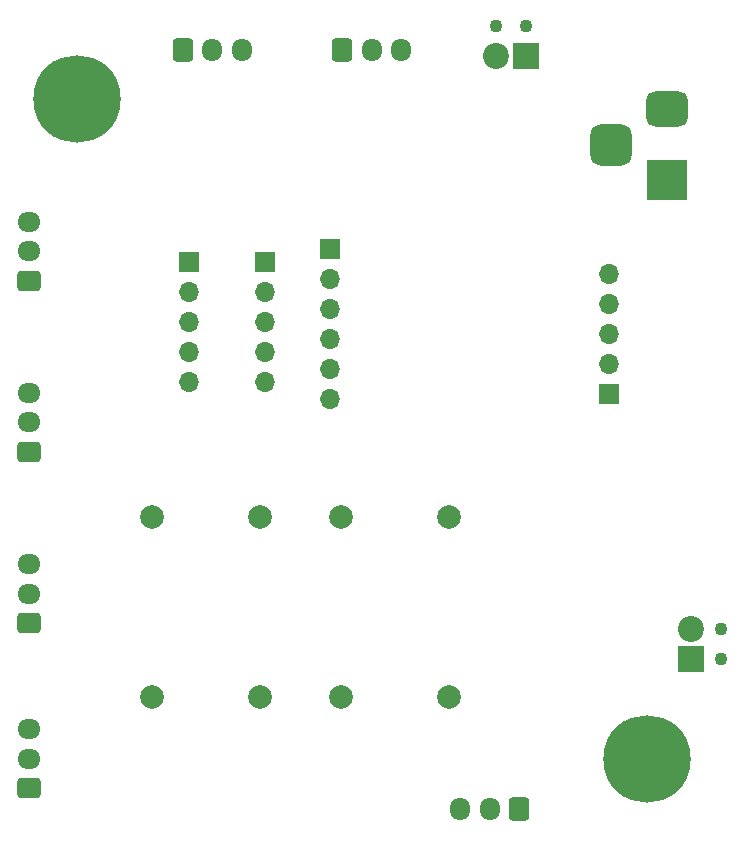
<source format=gbr>
%TF.GenerationSoftware,KiCad,Pcbnew,7.0.10*%
%TF.CreationDate,2024-04-25T20:56:43+02:00*%
%TF.ProjectId,LL PCB,4c4c2050-4342-42e6-9b69-6361645f7063,rev?*%
%TF.SameCoordinates,Original*%
%TF.FileFunction,Soldermask,Bot*%
%TF.FilePolarity,Negative*%
%FSLAX46Y46*%
G04 Gerber Fmt 4.6, Leading zero omitted, Abs format (unit mm)*
G04 Created by KiCad (PCBNEW 7.0.10) date 2024-04-25 20:56:43*
%MOMM*%
%LPD*%
G01*
G04 APERTURE LIST*
G04 Aperture macros list*
%AMRoundRect*
0 Rectangle with rounded corners*
0 $1 Rounding radius*
0 $2 $3 $4 $5 $6 $7 $8 $9 X,Y pos of 4 corners*
0 Add a 4 corners polygon primitive as box body*
4,1,4,$2,$3,$4,$5,$6,$7,$8,$9,$2,$3,0*
0 Add four circle primitives for the rounded corners*
1,1,$1+$1,$2,$3*
1,1,$1+$1,$4,$5*
1,1,$1+$1,$6,$7*
1,1,$1+$1,$8,$9*
0 Add four rect primitives between the rounded corners*
20,1,$1+$1,$2,$3,$4,$5,0*
20,1,$1+$1,$4,$5,$6,$7,0*
20,1,$1+$1,$6,$7,$8,$9,0*
20,1,$1+$1,$8,$9,$2,$3,0*%
G04 Aperture macros list end*
%ADD10RoundRect,0.250000X0.725000X-0.600000X0.725000X0.600000X-0.725000X0.600000X-0.725000X-0.600000X0*%
%ADD11O,1.950000X1.700000*%
%ADD12C,0.800000*%
%ADD13C,7.400000*%
%ADD14C,2.000000*%
%ADD15R,1.700000X1.700000*%
%ADD16O,1.700000X1.700000*%
%ADD17RoundRect,0.250000X-0.600000X-0.725000X0.600000X-0.725000X0.600000X0.725000X-0.600000X0.725000X0*%
%ADD18O,1.700000X1.950000*%
%ADD19C,1.100000*%
%ADD20R,2.200000X2.200000*%
%ADD21C,2.200000*%
%ADD22R,3.500000X3.500000*%
%ADD23RoundRect,0.750000X-1.000000X0.750000X-1.000000X-0.750000X1.000000X-0.750000X1.000000X0.750000X0*%
%ADD24RoundRect,0.875000X-0.875000X0.875000X-0.875000X-0.875000X0.875000X-0.875000X0.875000X0.875000X0*%
%ADD25RoundRect,0.250000X0.600000X0.725000X-0.600000X0.725000X-0.600000X-0.725000X0.600000X-0.725000X0*%
G04 APERTURE END LIST*
D10*
%TO.C,SAL*%
X128000000Y-115500000D03*
D11*
X128000000Y-113000000D03*
X128000000Y-110500000D03*
%TD*%
D12*
%TO.C,REF\u002A\u002A*%
X177565000Y-127000000D03*
X178377779Y-125037779D03*
X178377779Y-128962221D03*
X180340000Y-124225000D03*
D13*
X180340000Y-127000000D03*
D12*
X180340000Y-129775000D03*
X182302221Y-125037779D03*
X182302221Y-128962221D03*
X183115000Y-127000000D03*
%TD*%
D14*
%TO.C,Buck*%
X147572000Y-121740000D03*
X138428000Y-121740000D03*
X147572000Y-106500000D03*
X138428000Y-106500000D03*
%TD*%
D15*
%TO.C,SPI_MCP2515*%
X153500000Y-83840000D03*
D16*
X153500000Y-86380000D03*
X153500000Y-88920000D03*
X153500000Y-91460000D03*
X153500000Y-94000000D03*
X153500000Y-96540000D03*
%TD*%
D17*
%TO.C,SEL*%
X154500000Y-66975000D03*
D18*
X157000000Y-66975000D03*
X159500000Y-66975000D03*
%TD*%
D19*
%TO.C,BBB PWR*%
X170040000Y-64960000D03*
X167500000Y-64960000D03*
D20*
X170040000Y-67500000D03*
D21*
X167500000Y-67500000D03*
%TD*%
D15*
%TO.C,GPS Module*%
X177100000Y-96100000D03*
D16*
X177100000Y-93560000D03*
X177100000Y-91020000D03*
X177100000Y-88480000D03*
X177100000Y-85940000D03*
%TD*%
D12*
%TO.C,REF\u002A\u002A*%
X129305000Y-71120000D03*
X130117779Y-69157779D03*
X130117779Y-73082221D03*
X132080000Y-68345000D03*
D13*
X132080000Y-71120000D03*
D12*
X132080000Y-73895000D03*
X134042221Y-69157779D03*
X134042221Y-73082221D03*
X134855000Y-71120000D03*
%TD*%
D22*
%TO.C,Rasp PWR*%
X181957500Y-78000000D03*
D23*
X181957500Y-72000000D03*
D24*
X177257500Y-75000000D03*
%TD*%
D25*
%TO.C,ESCD*%
X169500000Y-131275000D03*
D18*
X167000000Y-131275000D03*
X164500000Y-131275000D03*
%TD*%
D19*
%TO.C,ESC*%
X186540000Y-118540000D03*
X186540000Y-116000000D03*
D20*
X184000000Y-118540000D03*
D21*
X184000000Y-116000000D03*
%TD*%
D15*
%TO.C,Servo GND*%
X141500000Y-84960000D03*
D16*
X141500000Y-87500000D03*
X141500000Y-90040000D03*
X141500000Y-92580000D03*
X141500000Y-95120000D03*
%TD*%
D10*
%TO.C,SAR*%
X128000000Y-101000000D03*
D11*
X128000000Y-98500000D03*
X128000000Y-96000000D03*
%TD*%
D10*
%TO.C,SPayload*%
X128000000Y-129500000D03*
D11*
X128000000Y-127000000D03*
X128000000Y-124500000D03*
%TD*%
D14*
%TO.C,Buck 2*%
X163572000Y-121740000D03*
X154428000Y-121740000D03*
X163572000Y-106500000D03*
X154428000Y-106500000D03*
%TD*%
D17*
%TO.C,SER*%
X141000000Y-66975000D03*
D18*
X143500000Y-66975000D03*
X146000000Y-66975000D03*
%TD*%
D10*
%TO.C,SRV*%
X128000000Y-86500000D03*
D11*
X128000000Y-84000000D03*
X128000000Y-81500000D03*
%TD*%
D15*
%TO.C,Servo Signals*%
X148000000Y-84960000D03*
D16*
X148000000Y-87500000D03*
X148000000Y-90040000D03*
X148000000Y-92580000D03*
X148000000Y-95120000D03*
%TD*%
M02*

</source>
